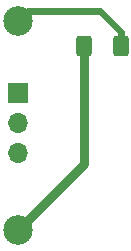
<source format=gbr>
%TF.GenerationSoftware,KiCad,Pcbnew,(5.99.0-8821-g31003c6e09)*%
%TF.CreationDate,2021-03-07T11:32:37-07:00*%
%TF.ProjectId,testPCB,74657374-5043-4422-9e6b-696361645f70,rev?*%
%TF.SameCoordinates,Original*%
%TF.FileFunction,Copper,L2,Bot*%
%TF.FilePolarity,Positive*%
%FSLAX46Y46*%
G04 Gerber Fmt 4.6, Leading zero omitted, Abs format (unit mm)*
G04 Created by KiCad (PCBNEW (5.99.0-8821-g31003c6e09)) date 2021-03-07 11:32:37*
%MOMM*%
%LPD*%
G01*
G04 APERTURE LIST*
G04 Aperture macros list*
%AMRoundRect*
0 Rectangle with rounded corners*
0 $1 Rounding radius*
0 $2 $3 $4 $5 $6 $7 $8 $9 X,Y pos of 4 corners*
0 Add a 4 corners polygon primitive as box body*
4,1,4,$2,$3,$4,$5,$6,$7,$8,$9,$2,$3,0*
0 Add four circle primitives for the rounded corners*
1,1,$1+$1,$2,$3*
1,1,$1+$1,$4,$5*
1,1,$1+$1,$6,$7*
1,1,$1+$1,$8,$9*
0 Add four rect primitives between the rounded corners*
20,1,$1+$1,$2,$3,$4,$5,0*
20,1,$1+$1,$4,$5,$6,$7,0*
20,1,$1+$1,$6,$7,$8,$9,0*
20,1,$1+$1,$8,$9,$2,$3,0*%
G04 Aperture macros list end*
%TA.AperFunction,ComponentPad*%
%ADD10R,1.700000X1.700000*%
%TD*%
%TA.AperFunction,ComponentPad*%
%ADD11O,1.700000X1.700000*%
%TD*%
%TA.AperFunction,SMDPad,CuDef*%
%ADD12RoundRect,0.250000X0.400000X0.625000X-0.400000X0.625000X-0.400000X-0.625000X0.400000X-0.625000X0*%
%TD*%
%TA.AperFunction,ViaPad*%
%ADD13C,2.500000*%
%TD*%
%TA.AperFunction,Conductor*%
%ADD14C,0.800000*%
%TD*%
%TA.AperFunction,Conductor*%
%ADD15C,0.600000*%
%TD*%
G04 APERTURE END LIST*
D10*
%TO.P,J2,1,Pin_1*%
%TO.N,GND*%
X-187756800Y-312648600D03*
D11*
%TO.P,J2,2,Pin_2*%
%TO.N,Net-(J1-Pad4)*%
X-187756800Y-315188600D03*
%TO.P,J2,3,Pin_3*%
%TO.N,Net-(J1-Pad3)*%
X-187756800Y-317728600D03*
%TD*%
D12*
%TO.P,R2,1*%
%TO.N,GND*%
X-179044000Y-308686200D03*
%TO.P,R2,2*%
%TO.N,Net-(J1-Pad4)*%
X-182144000Y-308686200D03*
%TD*%
D13*
%TO.N,Net-(J1-Pad4)*%
X-187756800Y-324307200D03*
%TO.N,GND*%
X-187731400Y-306552600D03*
%TD*%
D14*
%TO.N,Net-(J1-Pad4)*%
X-182144000Y-308686200D02*
X-182144000Y-318694400D01*
X-182144000Y-318694400D02*
X-187756800Y-324307200D01*
D15*
%TO.N,GND*%
X-179044000Y-307518400D02*
X-179044000Y-308686200D01*
X-180797200Y-305765200D02*
X-179044000Y-307518400D01*
X-187731400Y-306552600D02*
X-186944000Y-305765200D01*
X-186944000Y-305765200D02*
X-180797200Y-305765200D01*
%TD*%
M02*

</source>
